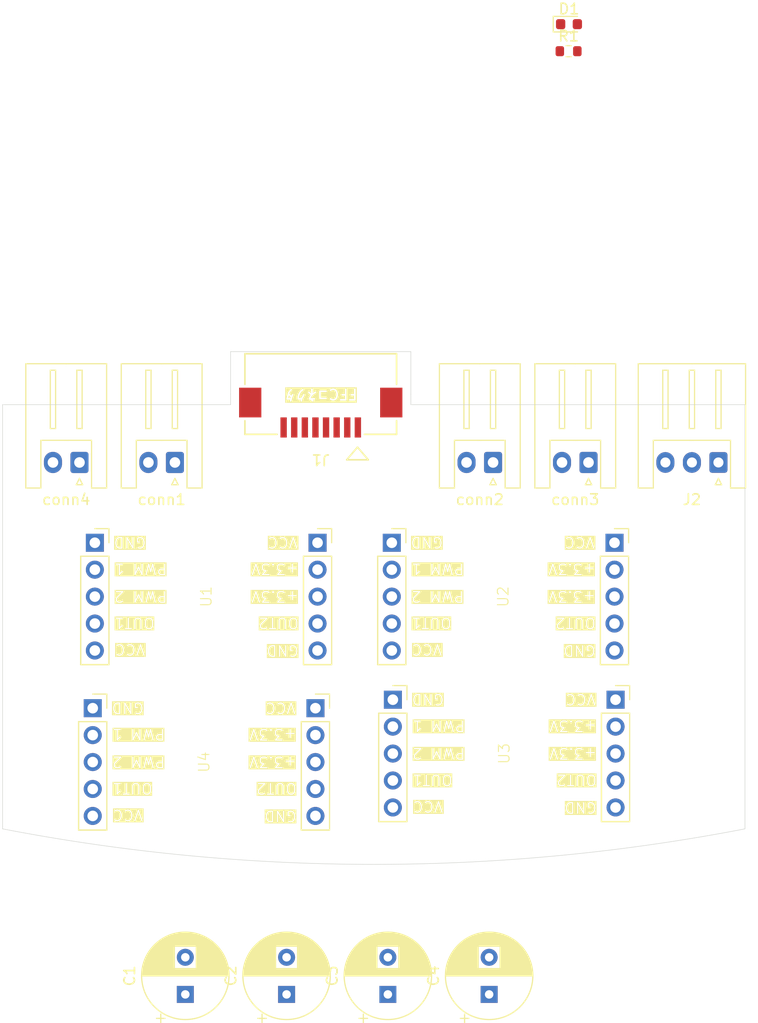
<source format=kicad_pcb>
(kicad_pcb (version 20241229) (generator "pcbnew") (generator_version "9.0")
  (layers (0 "F.Cu" signal) (2 "B.Cu" signal) (13 "F.Paste" user) (15 "B.Paste" user) (5 "F.SilkS" user "F.Silkscreen") (7 "B.SilkS" user "B.Silkscreen") (1 "F.Mask" user) (3 "B.Mask" user) (25 "Edge.Cuts" user))
  (net 0 "")
  (net 1 "GND")
  (net 2 "VCC")
  (net 3 "D1 OUT2")
  (net 4 "D1 OUT1")
  (net 5 "D2 OUT2")
  (net 6 "D2 OUT1")
  (net 7 "D3 OUT2")
  (net 8 "D3 OUT1")
  (net 9 "D4 OUT1")
  (net 10 "D4 OUT2")
  (net 11 "Net-(D1-K)")
  (net 12 "D1 EN")
  (net 13 "D2 PH")
  (net 14 "D4 PH")
  (net 15 "D2 EN")
  (net 16 "D3 PH")
  (net 17 "D3 EN")
  (net 18 "D1 PH")
  (net 19 "D4 EN")
  (net 20 "+3.3V")
  (footprint "Capacitor_THT:CP_Radial_D8.0mm_P3.50mm" (layer "F.Cu") (at 132.23 155.61 90)
    (property "Reference" "C1" (at 1.75 -5.25 90) (layer "F.SilkS"))
    (property "Value" "150uF")
    (pad "1" thru_hole rect (at 0 0 90) (size 1.6 1.6) (drill 0.8) (layers "*.Cu" "*.Mask") (net 2 "VCC"))
    (pad "2" thru_hole circle (at 3.5 0 90) (size 1.6 1.6) (drill 0.8) (layers "*.Cu" "*.Mask") (net 1 "GND"))
  )
  (footprint "Connector_JST:JST_XH_S3B-XH-A_1x03_P2.50mm_Horizontal" (layer "F.Cu") (at 182.5 105.45 180)
    (property "Reference" "J2" (at 2.5 -3.5 0) (layer "F.SilkS"))
    (property "Value" "Conn_01x03_Pin")
    (pad "1" thru_hole roundrect (at 0 0 180) (size 1.7 1.95) (drill 0.95) (layers "*.Cu" "*.Mask") (roundrect_rratio 0.147059) (net 2 "VCC"))
    (pad "2" thru_hole oval (at 2.5 0 180) (size 1.7 1.95) (drill 0.95) (layers "*.Cu" "*.Mask") (net 20 "+3.3V"))
    (pad "3" thru_hole oval (at 5 0 180) (size 1.7 1.95) (drill 0.95) (layers "*.Cu" "*.Mask") (net 1 "GND"))
  )
  (footprint "Capacitor_THT:CP_Radial_D8.0mm_P3.50mm" (layer "F.Cu") (at 151.33 155.61 90)
    (property "Reference" "C3" (at 1.75 -5.25 90) (layer "F.SilkS"))
    (property "Value" "150uF")
    (pad "1" thru_hole rect (at 0 0 90) (size 1.6 1.6) (drill 0.8) (layers "*.Cu" "*.Mask") (net 2 "VCC"))
    (pad "2" thru_hole circle (at 3.5 0 90) (size 1.6 1.6) (drill 0.8) (layers "*.Cu" "*.Mask") (net 1 "GND"))
  )
  (footprint "Capacitor_THT:CP_Radial_D8.0mm_P3.50mm" (layer "F.Cu") (at 141.78 155.61 90)
    (property "Reference" "C2" (at 1.75 -5.25 90) (layer "F.SilkS"))
    (property "Value" "150uF")
    (pad "1" thru_hole rect (at 0 0 90) (size 1.6 1.6) (drill 0.8) (layers "*.Cu" "*.Mask") (net 2 "VCC"))
    (pad "2" thru_hole circle (at 3.5 0 90) (size 1.6 1.6) (drill 0.8) (layers "*.Cu" "*.Mask") (net 1 "GND"))
  )
  (footprint "Motor Driver Module:DRV8874 Module" (layer "F.Cu") (at 162.2 118.1 90)
    (property "Reference" "U2" (at 0 0 90) (layer "F.SilkS") (effects (font (thickness 0.1))))
    (property "Value" "~")
    (fp_text user "PWM 2" (at 0.6 -3.6 180) (layer "F.SilkS" knockout) (effects (font (thickness 0.1)) (justify left bottom)))
    (fp_text user "PWM 1" (at 3.2 -3.6 180) (layer "F.SilkS" knockout) (effects (font (thickness 0.1)) (justify left bottom)))
    (fp_text user "+3.3V" (at 3.2 8.8 180) (layer "F.SilkS" knockout) (effects (font (thickness 0.1)) (justify left bottom)))
    (fp_text user "VCC" (at 5.7 8.7 180) (layer "F.SilkS" knockout) (effects (font (thickness 0.1)) (justify left bottom)))
    (fp_text user "OUT2" (at -1.9 8.8 180) (layer "F.SilkS" knockout) (effects (font (thickness 0.1)) (justify left bottom)))
    (fp_text user "GND" (at 5.7 -5.6 180) (layer "F.SilkS" knockout) (effects (font (thickness 0.1)) (justify left bottom)))
    (fp_text user "OUT1" (at -1.9 -4.8 180) (layer "F.SilkS" knockout) (effects (font (thickness 0.1)) (justify left bottom)))
    (fp_text user "GND" (at -4.5 8.8 180) (layer "F.SilkS" knockout) (effects (font (thickness 0.1)) (justify left bottom)))
    (fp_text user "+3.3V" (at 0.6 8.8 180) (layer "F.SilkS" knockout) (effects (font (thickness 0.1)) (justify left bottom)))
    (fp_text user "VCC" (at -4.4 -5.7 180) (layer "F.SilkS" knockout) (effects (font (thickness 0.1)) (justify left bottom)))
    (pad "1" thru_hole rect (at 5.08 -10.5 270) (size 1.7 1.7) (drill 1) (layers "*.Cu" "*.Mask") (net 1 "GND"))
    (pad "2" thru_hole oval (at 2.54 -10.5 270) (size 1.7 1.7) (drill 1) (layers "*.Cu" "*.Mask") (net 15 "D2 EN"))
    (pad "3" thru_hole oval (at 0 -10.5 270) (size 1.7 1.7) (drill 1) (layers "*.Cu" "*.Mask") (net 13 "D2 PH"))
    (pad "4" thru_hole oval (at -2.54 -10.5 270) (size 1.7 1.7) (drill 1) (layers "*.Cu" "*.Mask") (net 6 "D2 OUT1"))
    (pad "5" thru_hole oval (at -5.08 -10.5 270) (size 1.7 1.7) (drill 1) (layers "*.Cu" "*.Mask") (net 2 "VCC"))
    (pad "6" thru_hole rect (at 5.08 10.5 270) (size 1.7 1.7) (drill 1) (layers "*.Cu" "*.Mask") (net 2 "VCC"))
    (pad "7" thru_hole oval (at 2.54 10.5 270) (size 1.7 1.7) (drill 1) (layers "*.Cu" "*.Mask") (net 20 "+3.3V"))
    (pad "8" thru_hole oval (at 0 10.5 270) (size 1.7 1.7) (drill 1) (layers "*.Cu" "*.Mask") (net 20 "+3.3V"))
    (pad "9" thru_hole oval (at -2.54 10.5 270) (size 1.7 1.7) (drill 1) (layers "*.Cu" "*.Mask") (net 5 "D2 OUT2"))
    (pad "10" thru_hole oval (at -5.08 10.5 270) (size 1.7 1.7) (drill 1) (layers "*.Cu" "*.Mask") (net 1 "GND"))
  )
  (footprint "Motor Driver Module:DRV8874 Module" (layer "F.Cu") (at 134 133.7 90)
    (property "Reference" "U4" (at 0 0 90) (layer "F.SilkS") (effects (font (thickness 0.1))))
    (property "Value" "~")
    (fp_text user "OUT2" (at -1.9 8.8 180) (layer "F.SilkS" knockout) (effects (font (thickness 0.1)) (justify left bottom)))
    (fp_text user "GND" (at -4.5 8.800001 180) (layer "F.SilkS" knockout) (effects (font (thickness 0.1)) (justify left bottom)))
    (fp_text user "VCC" (at -4.4 -5.7 180) (layer "F.SilkS" knockout) (effects (font (thickness 0.1)) (justify left bottom)))
    (fp_text user "VCC" (at 5.7 8.7 180) (layer "F.SilkS" knockout) (effects (font (thickness 0.1)) (justify left bottom)))
    (fp_text user "GND" (at 5.7 -5.6 180) (layer "F.SilkS" knockout) (effects (font (thickness 0.1)) (justify left bottom)))
    (fp_text user "+3.3V" (at 3.200001 8.8 180) (layer "F.SilkS" knockout) (effects (font (thickness 0.1)) (justify left bottom)))
    (fp_text user "+3.3V" (at 0.600001 8.8 180) (layer "F.SilkS" knockout) (effects (font (thickness 0.1)) (justify left bottom)))
    (fp_text user "PWM 1" (at 3.2 -3.6 180) (layer "F.SilkS" knockout) (effects (font (thickness 0.1)) (justify left bottom)))
    (fp_text user "PWM 2" (at 0.6 -3.600001 180) (layer "F.SilkS" knockout) (effects (font (thickness 0.1)) (justify left bottom)))
    (fp_text user "OUT1" (at -1.9 -4.800001 180) (layer "F.SilkS" knockout) (effects (font (thickness 0.1)) (justify left bottom)))
    (pad "1" thru_hole rect (at 5.08 -10.5 270) (size 1.7 1.7) (drill 1) (layers "*.Cu" "*.Mask") (net 1 "GND"))
    (pad "2" thru_hole oval (at 2.539999 -10.5 270) (size 1.7 1.7) (drill 1) (layers "*.Cu" "*.Mask") (net 19 "D4 EN"))
    (pad "3" thru_hole oval (at 0 -10.5 270) (size 1.7 1.7) (drill 1) (layers "*.Cu" "*.Mask") (net 14 "D4 PH"))
    (pad "4" thru_hole oval (at -2.539999 -10.5 270) (size 1.7 1.7) (drill 1) (layers "*.Cu" "*.Mask") (net 9 "D4 OUT1"))
    (pad "5" thru_hole oval (at -5.079999 -10.5 270) (size 1.7 1.7) (drill 1) (layers "*.Cu" "*.Mask") (net 2 "VCC"))
    (pad "6" thru_hole rect (at 5.079999 10.5 270) (size 1.7 1.7) (drill 1) (layers "*.Cu" "*.Mask") (net 2 "VCC"))
    (pad "7" thru_hole oval (at 2.539999 10.5 270) (size 1.7 1.7) (drill 1) (layers "*.Cu" "*.Mask") (net 20 "+3.3V"))
    (pad "8" thru_hole oval (at 0 10.5 270) (size 1.7 1.7) (drill 1) (layers "*.Cu" "*.Mask") (net 20 "+3.3V"))
    (pad "9" thru_hole oval (at -2.539999 10.5 270) (size 1.7 1.7) (drill 1) (layers "*.Cu" "*.Mask") (net 10 "D4 OUT2"))
    (pad "10" thru_hole oval (at -5.08 10.5 270) (size 1.7 1.7) (drill 1) (layers "*.Cu" "*.Mask") (net 1 "GND"))
  )
  (footprint "Connector_JST:JST_XH_S2B-XH-A_1x02_P2.50mm_Horizontal" (layer "F.Cu") (at 131.25 105.45 180)
    (property "Reference" "conn1" (at 1.25 -3.5 0) (layer "F.SilkS"))
    (property "Value" "Conn_01x02_Pin")
    (pad "1" thru_hole roundrect (at 0 0 180) (size 1.7 2) (drill 1) (layers "*.Cu" "*.Mask") (roundrect_rratio 0.147059) (net 4 "D1 OUT1"))
    (pad "2" thru_hole oval (at 2.5 0 180) (size 1.7 2) (drill 1) (layers "*.Cu" "*.Mask") (net 3 "D1 OUT2"))
  )
  (footprint "Resistor_SMD:R_0603_1608Metric" (layer "F.Cu") (at 168.37 66.67)
    (property "Reference" "R1" (at 0 -1.43 0) (layer "F.SilkS"))
    (property "Value" "350")
    (pad "1" smd roundrect (at -0.825 0) (size 0.8 0.95) (layers "F.Cu" "F.Mask" "F.Paste") (net 11 "Net-(D1-K)"))
    (pad "2" smd roundrect (at 0.825 0) (size 0.8 0.95) (layers "F.Cu" "F.Mask" "F.Paste") (net 1 "GND"))
  )
  (footprint "Connector_JST:JST_XH_S2B-XH-A_1x02_P2.50mm_Horizontal" (layer "F.Cu") (at 161.25 105.45 180)
    (property "Reference" "conn2" (at 1.25 -3.5 0) (layer "F.SilkS"))
    (property "Value" "Conn_01x02_Pin")
    (pad "1" thru_hole roundrect (at 0 0 180) (size 1.7 2) (drill 1) (layers "*.Cu" "*.Mask") (roundrect_rratio 0.147059) (net 6 "D2 OUT1"))
    (pad "2" thru_hole oval (at 2.5 0 180) (size 1.7 2) (drill 1) (layers "*.Cu" "*.Mask") (net 5 "D2 OUT2"))
  )
  (footprint "Capacitor_THT:CP_Radial_D8.0mm_P3.50mm" (layer "F.Cu") (at 160.88 155.61 90)
    (property "Reference" "C4" (at 1.75 -5.25 90) (layer "F.SilkS"))
    (property "Value" "150uF")
    (pad "1" thru_hole rect (at 0 0 90) (size 1.6 1.6) (drill 0.8) (layers "*.Cu" "*.Mask") (net 2 "VCC"))
    (pad "2" thru_hole circle (at 3.5 0 90) (size 1.6 1.6) (drill 0.8) (layers "*.Cu" "*.Mask") (net 1 "GND"))
  )
  (footprint "Connector_JST:JST_XH_S2B-XH-A_1x02_P2.50mm_Horizontal" (layer "F.Cu") (at 170.25 105.45 180)
    (property "Reference" "conn3" (at 1.25 -3.5 0) (layer "F.SilkS"))
    (property "Value" "Conn_01x02_Pin")
    (pad "1" thru_hole roundrect (at 0 0 180) (size 1.7 2) (drill 1) (layers "*.Cu" "*.Mask") (roundrect_rratio 0.147059) (net 8 "D3 OUT1"))
    (pad "2" thru_hole oval (at 2.5 0 180) (size 1.7 2) (drill 1) (layers "*.Cu" "*.Mask") (net 7 "D3 OUT2"))
  )
  (footprint "LED_SMD:LED_0603_1608Metric" (layer "F.Cu") (at 168.41 64.12)
    (property "Reference" "D1" (at 0 -1.43 0) (layer "F.SilkS"))
    (property "Value" "LED")
    (pad "1" smd roundrect (at -0.7875 0) (size 0.875 0.95) (layers "F.Cu" "F.Mask" "F.Paste") (net 11 "Net-(D1-K)"))
    (pad "2" smd roundrect (at 0.7875 0) (size 0.875 0.95) (layers "F.Cu" "F.Mask" "F.Paste") (net 2 "VCC"))
  )
  (footprint "Motor Driver Module:DRV8874 Module" (layer "F.Cu") (at 134.2 118.1 90)
    (property "Reference" "U1" (at 0 0 90) (layer "F.SilkS") (effects (font (thickness 0.1))))
    (property "Value" "~")
    (fp_text user "+3.3V" (at 3.2 8.8 180) (layer "F.SilkS" knockout) (effects (font (thickness 0.1)) (justify left bottom)))
    (fp_text user "OUT2" (at -1.9 8.799999 180) (layer "F.SilkS" knockout) (effects (font (thickness 0.1)) (justify left bottom)))
    (fp_text user "GND" (at 5.7 -5.6 180) (layer "F.SilkS" knockout) (effects (font (thickness 0.1)) (justify left bottom)))
    (fp_text user "GND" (at -4.499999 8.800001 180) (layer "F.SilkS" knockout) (effects (font (thickness 0.1)) (justify left bottom)))
    (fp_text user "VCC" (at 5.7 8.7 180) (layer "F.SilkS" knockout) (effects (font (thickness 0.1)) (justify left bottom)))
    (fp_text user "PWM 1" (at 3.2 -3.599999 180) (layer "F.SilkS" knockout) (effects (font (thickness 0.1)) (justify left bottom)))
    (fp_text user "PWM 2" (at 0.6 -3.6 180) (layer "F.SilkS" knockout) (effects (font (thickness 0.1)) (justify left bottom)))
    (fp_text user "OUT1" (at -1.899999 -4.799999 180) (layer "F.SilkS" knockout) (effects (font (thickness 0.1)) (justify left bottom)))
    (fp_text user "+3.3V" (at 0.6 8.8 180) (layer "F.SilkS" knockout) (effects (font (thickness 0.1)) (justify left bottom)))
    (fp_text user "VCC" (at -4.4 -5.699999 180) (layer "F.SilkS" knockout) (effects (font (thickness 0.1)) (justify left bottom)))
    (pad "1" thru_hole rect (at 5.08 -10.500001 270) (size 1.7 1.7) (drill 1) (layers "*.Cu" "*.Mask") (net 1 "GND"))
    (pad "2" thru_hole oval (at 2.540001 -10.5 270) (size 1.7 1.7) (drill 1) (layers "*.Cu" "*.Mask") (net 12 "D1 EN"))
    (pad "3" thru_hole oval (at 0 -10.5 270) (size 1.7 1.7) (drill 1) (layers "*.Cu" "*.Mask") (net 18 "D1 PH"))
    (pad "4" thru_hole oval (at -2.54 -10.500001 270) (size 1.7 1.7) (drill 1) (layers "*.Cu" "*.Mask") (net 4 "D1 OUT1"))
    (pad "5" thru_hole oval (at -5.080001 -10.500001 270) (size 1.7 1.7) (drill 1) (layers "*.Cu" "*.Mask") (net 2 "VCC"))
    (pad "6" thru_hole rect (at 5.080001 10.500001 270) (size 1.7 1.7) (drill 1) (layers "*.Cu" "*.Mask") (net 2 "VCC"))
    (pad "7" thru_hole oval (at 2.54 10.500001 270) (size 1.7 1.7) (drill 1) (layers "*.Cu" "*.Mask") (net 20 "+3.3V"))
    (pad "8" thru_hole oval (at 0 10.5 270) (size 1.7 1.7) (drill 1) (layers "*.Cu" "*.Mask") (net 20 "+3.3V"))
    (pad "9" thru_hole oval (at -2.540001 10.5 270) (size 1.7 1.7) (drill 1) (layers "*.Cu" "*.Mask") (net 3 "D1 OUT2"))
    (pad "10" thru_hole oval (at -5.08 10.500001 270) (size 1.7 1.7) (drill 1) (layers "*.Cu" "*.Mask") (net 1 "GND"))
  )
  (footprint "FFC conector:FFC conector 8Pin" (layer "F.Cu") (at 145 99 180)
    (property "Reference" "J1" (at 0 -6.2 180) (layer "F.SilkS"))
    (property "Value" "Conn_01x08_Pin")
    (fp_text user "FFCコネクタ" (at 0 0 180) (layer "F.SilkS" knockout))
    (pad "1" smd rect (at -3.499993 -3.149999 180) (size 0.6 1.9) (layers "F.Cu" "F.Mask" "F.Paste") (net 17 "D3 EN"))
    (pad "2" smd rect (at -2.499992 -3.149999 180) (size 0.6 1.9) (layers "F.Cu" "F.Mask" "F.Paste") (net 16 "D3 PH"))
    (pad "3" smd rect (at -1.499992 -3.149999 180) (size 0.6 1.9) (layers "F.Cu" "F.Mask" "F.Paste") (net 15 "D2 EN"))
    (pad "4" smd rect (at -0.499994 -3.149999 180) (size 0.6 1.9) (layers "F.Cu" "F.Mask" "F.Paste") (net 13 "D2 PH"))
    (pad "5" smd rect (at 0.500007 -3.149999 180) (size 0.6 1.9) (layers "F.Cu" "F.Mask" "F.Paste") (net 19 "D4 EN"))
    (pad "6" smd rect (at 1.500007 -3.149999 180) (size 0.6 1.9) (layers "F.Cu" "F.Mask" "F.Paste") (net 14 "D4 PH"))
    (pad "7" smd rect (at 2.500008 -3.149999 180) (size 0.6 1.9) (layers "F.Cu" "F.Mask" "F.Paste") (net 12 "D1 EN"))
    (pad "8" smd rect (at 3.500008 -3.149999 180) (size 0.6 1.9) (layers "F.Cu" "F.Mask" "F.Paste") (net 18 "D1 PH"))
    (pad "P1" smd rect (at -6.649993 -0.799998 180) (size 2.1 2.799999) (layers "F.Cu" "F.Mask" "F.Paste"))
    (pad "P2" smd rect (at 6.649993 -0.799998 180) (size 2.1 2.799999) (layers "F.Cu" "F.Mask" "F.Paste"))
  )
  (footprint "Motor Driver Module:DRV8874 Module" (layer "F.Cu") (at 162.3 132.9 90)
    (property "Reference" "U3" (at 0 0 90) (layer "F.SilkS") (effects (font (thickness 0.1))))
    (property "Value" "~")
    (fp_text user "GND" (at 5.700001 -5.600001 180) (layer "F.SilkS" knockout) (effects (font (thickness 0.1)) (justify left bottom)))
    (fp_text user "GND" (at -4.5 8.800001 180) (layer "F.SilkS" knockout) (effects (font (thickness 0.1)) (justify left bottom)))
    (fp_text user "PWM 1" (at 3.200001 -3.600001 180) (layer "F.SilkS" knockout) (effects (font (thickness 0.1)) (justify left bottom)))
    (fp_text user "OUT2" (at -1.9 8.800001 180) (layer "F.SilkS" knockout) (effects (font (thickness 0.1)) (justify left bottom)))
    (fp_text user "PWM 2" (at 0.600001 -3.600001 180) (layer "F.SilkS" knockout) (effects (font (thickness 0.1)) (justify left bottom)))
    (fp_text user "+3.3V" (at 0.6 8.799999 180) (layer "F.SilkS" knockout) (effects (font (thickness 0.1)) (justify left bottom)))
    (fp_text user "+3.3V" (at 3.199999 8.8 180) (layer "F.SilkS" knockout) (effects (font (thickness 0.1)) (justify left bottom)))
    (fp_text user "VCC" (at 5.699999 8.700001 180) (layer "F.SilkS" knockout) (effects (font (thickness 0.1)) (justify left bottom)))
    (fp_text user "VCC" (at -4.399999 -5.699999 180) (layer "F.SilkS" knockout) (effects (font (thickness 0.1)) (justify left bottom)))
    (fp_text user "OUT1" (at -1.9 -4.799999 180) (layer "F.SilkS" knockout) (effects (font (thickness 0.1)) (justify left bottom)))
    (pad "1" thru_hole rect (at 5.079999 -10.5 270) (size 1.7 1.7) (drill 1) (layers "*.Cu" "*.Mask") (net 1 "GND"))
    (pad "2" thru_hole oval (at 2.539999 -10.5 270) (size 1.7 1.7) (drill 1) (layers "*.Cu" "*.Mask") (net 17 "D3 EN"))
    (pad "3" thru_hole oval (at -0.000001 -10.5 270) (size 1.7 1.7) (drill 1) (layers "*.Cu" "*.Mask") (net 16 "D3 PH"))
    (pad "4" thru_hole oval (at -2.54 -10.5 270) (size 1.7 1.7) (drill 1) (layers "*.Cu" "*.Mask") (net 8 "D3 OUT1"))
    (pad "5" thru_hole oval (at -5.080001 -10.5 270) (size 1.7 1.7) (drill 1) (layers "*.Cu" "*.Mask") (net 2 "VCC"))
    (pad "6" thru_hole rect (at 5.080001 10.5 270) (size 1.7 1.7) (drill 1) (layers "*.Cu" "*.Mask") (net 2 "VCC"))
    (pad "7" thru_hole oval (at 2.54 10.5 270) (size 1.7 1.7) (drill 1) (layers "*.Cu" "*.Mask") (net 20 "+3.3V"))
    (pad "8" thru_hole oval (at 0.000001 10.5 270) (size 1.7 1.7) (drill 1) (layers "*.Cu" "*.Mask") (net 20 "+3.3V"))
    (pad "9" thru_hole oval (at -2.539999 10.5 270) (size 1.7 1.7) (drill 1) (layers "*.Cu" "*.Mask") (net 7 "D3 OUT2"))
    (pad "10" thru_hole oval (at -5.079999 10.5 270) (size 1.7 1.7) (drill 1) (layers "*.Cu" "*.Mask") (net 1 "GND"))
  )
  (footprint "Connector_JST:JST_XH_S2B-XH-A_1x02_P2.50mm_Horizontal" (layer "F.Cu") (at 122.25 105.45 180)
    (property "Reference" "conn4" (at 1.25 -3.5 0) (layer "F.SilkS"))
    (property "Value" "Conn_01x02_Pin")
    (pad "1" thru_hole roundrect (at 0 0 180) (size 1.7 2) (drill 1) (layers "*.Cu" "*.Mask") (roundrect_rratio 0.147059) (net 9 "D4 OUT1"))
    (pad "2" thru_hole oval (at 2.5 0 180) (size 1.7 2) (drill 1) (layers "*.Cu" "*.Mask") (net 10 "D4 OUT2"))
  )
  (gr_line (start 185 100) (end 185 140) (stroke (width 0.05)) (layer "Edge.Cuts"))
  (gr_line (start 153.5 99) (end 153.5 95) (stroke (width 0.05)) (layer "Edge.Cuts"))
  (gr_line (start 136.5 100) (end 115 100) (stroke (width 0.05)) (layer "Edge.Cuts"))
  (gr_arc (start 185 140) (mid 150 143.348382) (end 115 140) (stroke (width 0.05)) (layer "Edge.Cuts"))
  (gr_line (start 153.5 99) (end 153.5 100) (stroke (width 0.05)) (layer "Edge.Cuts"))
  (gr_line (start 153.5 100) (end 185 100) (stroke (width 0.05)) (layer "Edge.Cuts"))
  (gr_line (start 136.5 95) (end 136.5 99) (stroke (width 0.05)) (layer "Edge.Cuts"))
  (gr_line (start 136.5 99) (end 136.5 100) (stroke (width 0.05)) (layer "Edge.Cuts"))
  (gr_line (start 115 100) (end 115 140) (stroke (width 0.05)) (layer "Edge.Cuts"))
  (gr_line (start 153.5 95) (end 136.5 95) (stroke (width 0.05)) (layer "Edge.Cuts"))
)
</source>
